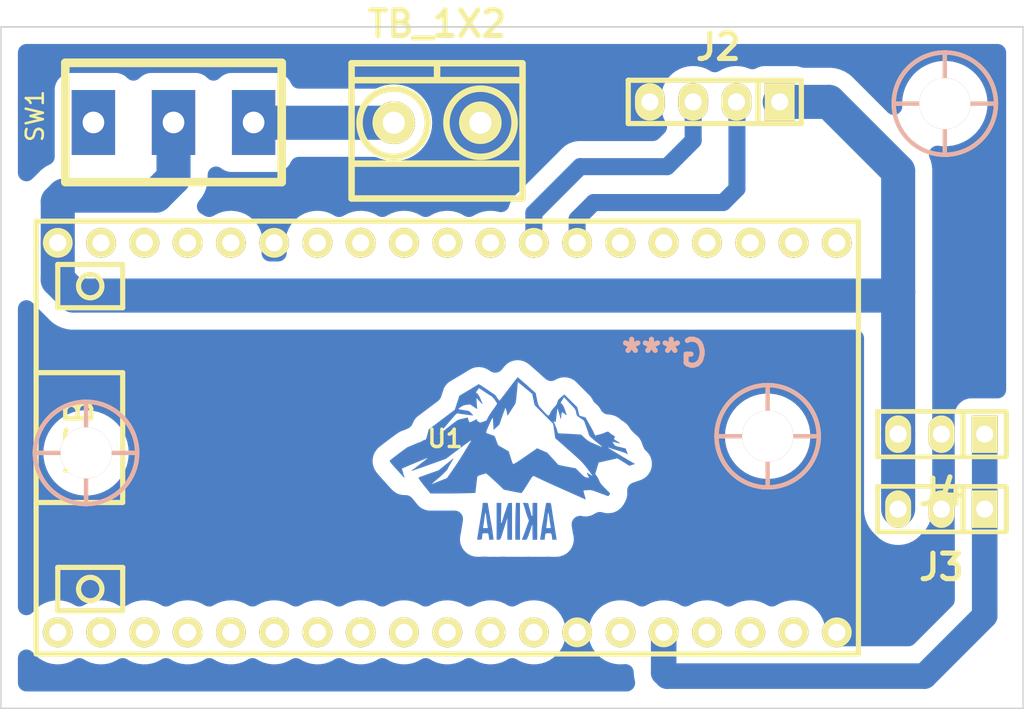
<source format=kicad_pcb>
(kicad_pcb (version 20211014) (generator pcbnew)
  (layers (0 "F.Cu" signal) (31 "B.Cu" signal) (34 "B.Paste" user) (35 "F.Paste" user) (36 "B.SilkS" user "B.Silkscreen") (37 "F.SilkS" user "F.Silkscreen") (38 "B.Mask" user) (39 "F.Mask" user) (44 "Edge.Cuts" user))
  (net 0 "")
  (net 1 "+BATT")
  (net 2 "GND")
  (net 3 "VCC")
  (net 4 "/TRIGGER")
  (net 5 "/ECHO")
  (net 6 "/pin_IR")
  (net 7 "unconnected-(SW1-Pad1)")
  (footprint "EESTN5:hole_3mm" (layer "F.Cu") (at 170 50)
    (fp_text reference "H2" hide)
    (fp_text value "Mounting_Hole" hide)
    (fp_line (start -3 0) (end 3 0) (layer "B.SilkS") (width 0.254))
    (fp_line (start 0 -3) (end 0 3) (layer "B.SilkS") (width 0.254))
    (fp_circle (center 0 0) (end 3 0) (layer "B.SilkS") (width 0.254) (fill none))
    (fp_line (start -3 0) (end 3 0) (layer "F.SilkS") (width 0.254))
    (fp_line (start 0 -3) (end 0 3) (layer "F.SilkS") (width 0.254))
    (fp_circle (center 0 0) (end 3 0) (layer "F.SilkS") (width 0.254) (fill none))
    (pad "1" thru_hole circle locked (at 0 0) (size 3 3) (drill 3) (layers *.Cu "F.SilkS"))
  )
  (footprint "EESTN5:SW_SPDT_TH_Vertical" (layer "F.Cu") (at 175.133 30.607 90)
    (fp_text reference "SW1" (at 0.381 -8.128 90) (layer "F.SilkS"))
    (fp_text value "SW_SPDT" hide)
    (fp_line (start -3.5 6.35) (end 3.5 6.35) (layer "F.SilkS") (width 0.508))
    (fp_line (start 3.5 -6.35) (end -3.5 -6.35) (layer "F.SilkS") (width 0.5))
    (fp_line (start 3.5 -6.35) (end 3.5 6.35) (layer "F.SilkS") (width 0.508))
    (fp_line (start -3.5 -6.35) (end -3.5 6.35) (layer "F.SilkS") (width 0.5))
    (pad "1" thru_hole rect locked (at 0 -4.7 90) (size 3.81 2.54) (drill 1.27) (layers *.Cu *.Mask) (net 7 "unconnected-(SW1-Pad1)"))
    (pad "2" thru_hole rect locked (at 0 0 90) (size 3.81 2.54) (drill 1.27) (layers *.Cu *.Mask) (net 3 "VCC"))
    (pad "3" thru_hole rect locked (at 0 4.7 90) (size 3.81 2.54) (drill 1.27) (layers *.Cu *.Mask) (net 1 "+BATT"))
  )
  (footprint "EESTN5:BORNERA2_AZUL" (layer "F.Cu") (at 190.6 30.62375 180)
    (fp_text reference "J1" hide)
    (fp_text value "TB_1X2" (at 0 5.8) (layer "F.SilkS") (effects (font (size 1.5 1.5) (thickness 0.3))))
    (fp_line (start 0 2.54) (end 0 3.4845) (layer "F.SilkS") (width 0.381))
    (fp_line (start -5 -2.4) (end 5 -2.4) (layer "F.SilkS") (width 0.381))
    (fp_line (start -4.9835 3.4925) (end 5.0165 3.4925) (layer "F.SilkS") (width 0.381))
    (fp_line (start 5.0165 3.4925) (end 5.0165 -4.445) (layer "F.SilkS") (width 0.381))
    (fp_line (start -5.0165 -4.445) (end -5.0165 3.4925) (layer "F.SilkS") (width 0.381))
    (fp_line (start 5.0165 -4.445) (end -4.9835 -4.445) (layer "F.SilkS") (width 0.381))
    (fp_line (start -5 2.5) (end 5 2.5) (layer "F.SilkS") (width 0.381))
    (fp_circle (center 2.55 0) (end 0.55 0) (layer "F.SilkS") (width 0.381) (fill none))
    (fp_circle (center -2.55 0) (end -0.55 0) (layer "F.SilkS") (width 0.381) (fill none))
    (pad "1" thru_hole circle locked (at -2.54 0 180) (size 2.5 2.5) (drill 1.3) (layers *.Cu *.Mask "F.SilkS") (net 2 "GND"))
    (pad "2" thru_hole circle locked (at 2.54 0 180) (size 2.5 2.5) (drill 1.3) (layers *.Cu *.Mask "F.SilkS") (net 1 "+BATT"))
  )
  (footprint "EESTN5:hole_3mm" (layer "F.Cu") (at 210 49.022)
    (fp_text reference "H2" hide)
    (fp_text value "Mounting_Hole" hide)
    (fp_line (start -3 0) (end 3 0) (layer "B.SilkS") (width 0.254))
    (fp_line (start 0 -3) (end 0 3) (layer "B.SilkS") (width 0.254))
    (fp_circle (center 0 0) (end 3 0) (layer "B.SilkS") (width 0.254) (fill none))
    (fp_line (start -3 0) (end 3 0) (layer "F.SilkS") (width 0.254))
    (fp_line (start 0 -3) (end 0 3) (layer "F.SilkS") (width 0.254))
    (fp_circle (center 0 0) (end 3 0) (layer "F.SilkS") (width 0.254) (fill none))
    (pad "1" thru_hole circle locked (at 0 0) (size 3 3) (drill 3) (layers *.Cu "F.SilkS"))
  )
  (footprint "EESTN5:pin_strip_4" (layer "F.Cu") (at 206.9 29.4 180)
    (fp_text reference "J2" (at -0.2032 3.2258) (layer "F.SilkS") (effects (font (size 1.5 1.5) (thickness 0.3))))
    (fp_text value "Conn_01x04" hide)
    (fp_line (start -5.08 -1.27) (end 5.08 -1.27) (layer "F.SilkS") (width 0.3048))
    (fp_line (start 5.08 1.27) (end -5.08 1.27) (layer "F.SilkS") (width 0.3048))
    (fp_line (start -2.54 -1.27) (end -2.54 1.27) (layer "F.SilkS") (width 0.3048))
    (fp_line (start 5.08 -1.27) (end 5.08 1.27) (layer "F.SilkS") (width 0.3048))
    (fp_line (start -5.08 1.27) (end -5.08 -1.27) (layer "F.SilkS") (width 0.3048))
    (pad "1" thru_hole rect locked (at -3.81 0 180) (size 1.75 2.2) (drill 1.00076) (layers *.Cu *.Mask "F.SilkS") (net 3 "VCC"))
    (pad "2" thru_hole oval locked (at -1.27 0 180) (size 1.75 2.2) (drill 1.00076) (layers *.Cu *.Mask "F.SilkS") (net 4 "/TRIGGER"))
    (pad "3" thru_hole oval locked (at 1.27 0 180) (size 1.75 2.2) (drill 1.00076) (layers *.Cu *.Mask "F.SilkS") (net 5 "/ECHO"))
    (pad "4" thru_hole oval locked (at 3.81 0 180) (size 1.75 2.2) (drill 1.00076) (layers *.Cu *.Mask "F.SilkS") (net 2 "GND"))
  )
  (footprint "EESTN5:Pin_Header_3" (layer "F.Cu") (at 220.2 48.9 180)
    (fp_text reference "J4" (at 0 -3.4) (layer "F.SilkS") (effects (font (size 1.5 1.5) (thickness 0.3))))
    (fp_text value "Conn_01x03" hide)
    (fp_line (start 3.81 -1.27) (end 3.81 1.27) (layer "F.SilkS") (width 0.15))
    (fp_line (start 3.81 -1.27) (end -3.81 -1.27) (layer "F.SilkS") (width 0.15))
    (fp_line (start -1.27 -1.27) (end -1.27 1.27) (layer "F.SilkS") (width 0.3048))
    (fp_line (start 3.81 1.27) (end -3.81 1.27) (layer "F.SilkS") (width 0.15))
    (fp_line (start -3.81 -1.397) (end 3.81 -1.397) (layer "F.SilkS") (width 0.15))
    (fp_line (start 3.81 1.016) (end 3.81 1.397) (layer "F.SilkS") (width 0.15))
    (fp_line (start 3.81 1.397) (end -3.81 1.397) (layer "F.SilkS") (width 0.15))
    (fp_line (start 3.683 1.27) (end 3.683 -1.27) (layer "F.SilkS") (width 0.15))
    (fp_line (start -3.81 1.27) (end -3.81 -1.27) (layer "F.SilkS") (width 0.3048))
    (fp_line (start 3.81 -1.397) (end 3.81 -1.143) (layer "F.SilkS") (width 0.15))
    (pad "1" thru_hole rect locked (at -2.54 0 180) (size 1.524 2.19964) (drill 1.00076) (layers *.Cu *.Mask "F.SilkS") (net 6 "/pin_IR"))
    (pad "2" thru_hole oval locked (at 0 0 180) (size 1.524 2.19964) (drill 1.00076) (layers *.Cu *.Mask "F.SilkS") (net 2 "GND"))
    (pad "3" thru_hole oval locked (at 2.54 0 180) (size 1.524 2.19964) (drill 1.00076) (layers *.Cu *.Mask "F.SilkS") (net 3 "VCC"))
  )
  (footprint "EESTN5:hole_3mm" (layer "F.Cu") (at 220.4 29.5)
    (fp_text reference "H1" hide)
    (fp_text value "Mounting_Hole" hide)
    (fp_line (start 0 -3) (end 0 3) (layer "B.SilkS") (width 0.254))
    (fp_line (start -3 0) (end 3 0) (layer "B.SilkS") (width 0.254))
    (fp_circle (center 0 0) (end 3 0) (layer "B.SilkS") (width 0.254) (fill none))
    (fp_line (start 0 -3) (end 0 3) (layer "F.SilkS") (width 0.254))
    (fp_line (start -3 0) (end 3 0) (layer "F.SilkS") (width 0.254))
    (fp_circle (center 0 0) (end 3 0) (layer "F.SilkS") (width 0.254) (fill none))
    (pad "1" thru_hole circle locked (at 0 0) (size 3 3) (drill 3) (layers *.Cu "F.SilkS"))
  )
  (footprint "EESTN5:ESP32S" (layer "F.Cu") (at 191.2 49.1 180)
    (fp_text reference "U1" (at 0.127 -0.0635) (layer "F.SilkS") (effects (font (size 1.016 1.016) (thickness 0.2032))))
    (fp_text value "nodemcu_ESP32-s" hide)
    (fp_text user "USB" (at 21.59 0 90) (layer "F.SilkS") (effects (font (size 1.524 1.524) (thickness 0.254))))
    (fp_line (start 19.05 10.16) (end 19.05 7.62) (layer "F.SilkS") (width 0.3048))
    (fp_line (start 22.86 7.62) (end 22.86 10.16) (layer "F.SilkS") (width 0.3048))
    (fp_line (start 19.05 7.62) (end 22.86 7.62) (layer "F.SilkS") (width 0.3048))
    (fp_line (start 24.13 12.7) (end 24.13 -12.7) (layer "F.SilkS") (width 0.3048))
    (fp_line (start 22.86 -7.62) (end 22.86 -10.16) (layer "F.SilkS") (width 0.3048))
    (fp_line (start 19.05 -3.81) (end 19.05 3.81) (layer "F.SilkS") (width 0.3048))
    (fp_line (start -24.13 -12.7) (end -24.13 12.7) (layer "F.SilkS") (width 0.3048))
    (fp_line (start 19.05 3.81) (end 24.13 3.81) (layer "F.SilkS") (width 0.3048))
    (fp_line (start 22.86 10.16) (end 19.05 10.16) (layer "F.SilkS") (width 0.3048))
    (fp_line (start -24.13 -12.7) (end 24.13 -12.7) (layer "F.SilkS") (width 0.3048))
    (fp_line (start 19.05 -10.16) (end 19.05 -7.62) (layer "F.SilkS") (width 0.3048))
    (fp_line (start 19.05 -7.62) (end 22.86 -7.62) (layer "F.SilkS") (width 0.3048))
    (fp_line (start 22.86 -10.16) (end 19.05 -10.16) (layer "F.SilkS") (width 0.3048))
    (fp_line (start 24.13 -3.81) (end 19.05 -3.81) (layer "F.SilkS") (width 0.3048))
    (fp_line (start 24.13 12.7) (end -24.13 12.7) (layer "F.SilkS") (width 0.3048))
    (fp_circle (center 20.955 8.89) (end 21.5265 9.271) (layer "F.SilkS") (width 0.3048) (fill none))
    (fp_circle (center 20.955 -8.89) (end 21.5265 -8.509) (layer "F.SilkS") (width 0.3048) (fill none))
    (pad "1" thru_hole circle (at -22.86 11.43 180) (size 1.75 1.75) (drill 1) (layers *.Cu *.Mask "F.SilkS"))
    (pad "2" thru_hole circle (at -20.32 11.43 180) (size 1.75 1.75) (drill 1) (layers *.Cu *.Mask "F.SilkS"))
    (pad "3" thru_hole circle (at -17.78 11.43 180) (size 1.75 1.75) (drill 1) (layers *.Cu *.Mask "F.SilkS"))
    (pad "4" thru_hole circle (at -15.24 11.43 180) (size 1.75 1.75) (drill 1) (layers *.Cu *.Mask "F.SilkS"))
    (pad "5" thru_hole circle (at -12.7 11.43 180) (size 1.75 1.75) (drill 1) (layers *.Cu *.Mask "F.SilkS"))
    (pad "6" thru_hole circle (at -10.16 11.43 180) (size 1.75 1.75) (drill 1) (layers *.Cu *.Mask "F.SilkS"))
    (pad "7" thru_hole circle (at -7.62 11.43 180) (size 1.75 1.75) (drill 1) (layers *.Cu *.Mask "F.SilkS") (net 4 "/TRIGGER"))
    (pad "8" thru_hole circle (at -5.08 11.43 180) (size 1.75 1.75) (drill 1) (layers *.Cu *.Mask "F.SilkS") (net 5 "/ECHO"))
    (pad "9" thru_hole circle (at -2.54 11.43 180) (size 1.75 1.75) (drill 1) (layers *.Cu *.Mask "F.SilkS"))
    (pad "10" thru_hole circle (at 0 11.43 180) (size 1.75 1.75) (drill 1) (layers *.Cu *.Mask "F.SilkS"))
    (pad "11" thru_hole circle (at 2.54 11.43 180) (size 1.75 1.75) (drill 1) (layers *.Cu *.Mask "F.SilkS"))
    (pad "12" thru_hole circle (at 5.08 11.43 180) (size 1.75 1.75) (drill 1) (layers *.Cu *.Mask "F.SilkS"))
    (pad "13" thru_hole circle (at 7.62 11.43 180) (size 1.75 1.75) (drill 1) (layers *.Cu *.Mask "F.SilkS"))
    (pad "14" thru_hole circle (at 10.16 11.43 180) (size 1.75 1.75) (drill 1) (layers *.Cu *.Mask "F.SilkS") (net 2 "GND"))
    (pad "15" thru_hole circle (at 12.7 11.43 180) (size 1.75 1.75) (drill 1) (layers *.Cu *.Mask "F.SilkS"))
    (pad "16" thru_hole circle (at 15.24 11.43 180) (size 1.75 1.75) (drill 1) (layers *.Cu *.Mask "F.SilkS"))
    (pad "17" thru_hole circle (at 17.78 11.43 180) (size 1.75 1.75) (drill 1) (layers *.Cu *.Mask "F.SilkS"))
    (pad "18" thru_hole circle (at 20.32 11.43 180) (size 1.75 1.75) (drill 1) (layers *.Cu *.Mask "F.SilkS"))
    (pad "19" thru_hole circle (at 22.86 11.43 180) (size 1.75 1.75) (drill 1) (layers *.Cu *.Mask "F.SilkS") (net 3 "VCC"))
    (pad "20" thru_hole circle (at 22.86 -11.43) (size 1.75 1.75) (drill 1) (layers *.Cu *.Mask "F.SilkS"))
    (pad "21" thru_hole circle (at 20.32 -11.43) (size 1.75 1.75) (drill 1) (layers *.Cu *.Mask "F.SilkS"))
    (pad "22" thru_hole circle (at 17.78 -11.43) (size 1.75 1.75) (drill 1) (layers *.Cu *.Mask "F.SilkS"))
    (pad "23" thru_hole circle (at 15.24 -11.43) (size 1.75 1.75) (drill 1) (layers *.Cu *.Mask "F.SilkS"))
    (pad "24" thru_hole circle (at 12.7 -11.43) (size 1.75 1.75) (drill 1) (layers *.Cu *.Mask "F.SilkS"))
    (pad "25" thru_hole circle (at 10.16 -11.43) (size 1.75 1.75) (drill 1) (layers *.Cu *.Mask "F.SilkS"))
    (pad "26" thru_hole circle (at 7.62 -11.43) (size 1.75 1.75) (drill 1) (layers *.Cu *.Mask "F.SilkS"))
    (pad "27" thru_hole circle (at 5.08 -11.43) (size 1.75 1.75) (drill 1) (layers *.Cu *.Mask "F.SilkS"))
    (pad "28" thru_hole circle (at 2.54 -11.43) (size 1.75 1.75) (drill 1) (layers *.Cu *.Mask "F.SilkS"))
    (pad "29" thru_hole circle (at 0 -11.43) (size 1.75 1.75) (drill 1) (layers *.Cu *.Mask "F.SilkS"))
    (pad "30" thru_hole circle (at -2.54 -11.43) (size 1.75 1.75) (drill 1) (layers *.Cu *.Mask "F.SilkS"))
    (pad "31" thru_hole circle (at -5.08 -11.43) (size 1.75 1.75) (drill 1) (layers *.Cu *.Mask "F.SilkS"))
    (pad "32" thru_hole circle (at -7.62 -11.43) (size 1.75 1.75) (drill 1) (layers *.Cu *.Mask "F.SilkS") (net 2 "GND"))
    (pad "33" thru_hole circle (at -10.16 -11.43) (size 1.75 1.75) (drill 1) (layers *.Cu *.Mask "F.SilkS"))
    (pad "34" thru_hole circle (at -12.7 -11.43) (size 1.75 1.75) (drill 1) (layers *.Cu *.Mask "F.SilkS") (net 6 "/pin_IR"))
    (pad "35" thru_hole circle (at -15.24 -11.43) (size 1.75 1.75) (drill 1) (layers *.Cu *.Mask "F.SilkS"))
    (pad "36" thru_hole circle (at -17.78 -11.43) (size 1.75 1.75) (drill 1) (layers *.Cu *.Mask "F.SilkS"))
    (pad "37" thru_hole circle (at -20.32 -11.43) (size 1.75 1.75) (drill 1) (layers *.Cu *.Mask "F.SilkS"))
    (pad "38" thru_hole circle (at -22.86 -11.43) (size 1.75 1.75) (drill 1) (layers *.Cu *.Mask "F.SilkS") (net 2 "GND"))
  )
  (footprint "EESTN5:Pin_Header_3" (layer "F.Cu") (at 220.2 53.3 180)
    (fp_text reference "J3" (at 0 -3.4) (layer "F.SilkS") (effects (font (size 1.5 1.5) (thickness 0.3))))
    (fp_text value "Conn_01x03" hide)
    (fp_line (start -3.81 -1.397) (end 3.81 -1.397) (layer "F.SilkS") (width 0.15))
    (fp_line (start 3.81 1.016) (end 3.81 1.397) (layer "F.SilkS") (width 0.15))
    (fp_line (start 3.81 -1.27) (end -3.81 -1.27) (layer "F.SilkS") (width 0.15))
    (fp_line (start 3.81 -1.27) (end 3.81 1.27) (layer "F.SilkS") (width 0.15))
    (fp_line (start 3.81 1.397) (end -3.81 1.397) (layer "F.SilkS") (width 0.15))
    (fp_line (start 3.81 1.27) (end -3.81 1.27) (layer "F.SilkS") (width 0.15))
    (fp_line (start -3.81 1.27) (end -3.81 -1.27) (layer "F.SilkS") (width 0.3048))
    (fp_line (start -1.27 -1.27) (end -1.27 1.27) (layer "F.SilkS") (width 0.3048))
    (fp_line (start 3.81 -1.397) (end 3.81 -1.143) (layer "F.SilkS") (width 0.15))
    (fp_line (start 3.683 1.27) (end 3.683 -1.27) (layer "F.SilkS") (width 0.15))
    (pad "1" thru_hole rect locked (at -2.54 0 180) (size 1.524 2.19964) (drill 1.00076) (layers *.Cu *.Mask "F.SilkS") (net 6 "/pin_IR"))
    (pad "2" thru_hole oval locked (at 0 0 180) (size 1.524 2.19964) (drill 1.00076) (layers *.Cu *.Mask "F.SilkS") (net 2 "GND"))
    (pad "3" thru_hole oval locked (at 2.54 0 180) (size 1.524 2.19964) (drill 1.00076) (layers *.Cu *.Mask "F.SilkS") (net 3 "VCC"))
  )
  (footprint "akina:akina" (layer "B.Cu") (at 194.945 50.165 180)
    (fp_text reference "G***" (at -9 6) (layer "B.SilkS") (effects (font (size 1.524 1.524) (thickness 0.3)) (justify mirror)))
    (fp_text value "LOGO" hide)
    (fp_poly (pts (xy -0.744447 -2.909961) (xy -0.785443 -3.027602) (xy -0.824362 -3.156227) (xy -0.837502 -3.205825) (xy -0.865538 -3.304596) (xy -0.906094 -3.430329) (xy -0.951372 -3.559088) (xy -0.961027 -3.585007) (xy -1.047172 -3.813487) (xy -0.964371 -4.03711) (xy -0.917975 -4.163481) (xy -0.862175 -4.317038) (xy -0.805848 -4.473304) (xy -0.778965 -4.548436) (xy -0.735559 -4.666832) (xy -0.696786 -4.766571) (xy -0.667332 -4.83596) (xy -0.653282 -4.862168) (xy -0.632078 -4.898951) (xy -0.65198 -4.920849) (xy -0.718108 -4.93071) (xy -0.778782 -4.932039) (xy -0.864759 -4.930334) (xy -0.912588 -4.918943) (xy -0.938921 -4.888447) (xy -0.960408 -4.829429) (xy -0.960454 -4.829288) (xy -0.986333 -4.756124) (xy -1.00848 -4.705133) (xy -1.012017 -4.699137) (xy -1.027228 -4.663822) (xy -1.055357 -4.587304) (xy -1.09251 -4.480539) (xy -1.134794 -4.354483) (xy -1.138597 -4.342934) (xy -1.24671 -4.014131) (xy -1.254223 -4.473085) (xy -1.261735 -4.932039) (xy -1.534412 -4.932039) (xy -1.534412 -2.767421) (xy -1.26041 -2.767421) (xy -1.258674 -3.198975) (xy -1.257275 -3.348614) (xy -1.25351 -3.457678) (xy -1.245976 -3.524596) (xy -1.233274 -3.547797) (xy -1.214003 -3.525711) (xy -1.186761 -3.456766) (xy -1.150149 -3.339392) (xy -1.102765 -3.172018) (xy -1.044865 -2.959223) (xy -0.996843 -2.781122) (xy -0.842807 -2.77296) (xy -0.688772 -2.764799)) (layer "B.Cu") (width 0) (fill solid))
    (fp_poly (pts (xy -0.264699 -3.240075) (xy -0.259029 -3.420823) (xy -0.254087 -3.638037) (xy -0.25018 -3.873384) (xy -0.247611 -4.10853) (xy -0.246686 -4.322384) (xy -0.246602 -4.932039) (xy -0.520604 -4.932039) (xy -0.520604 -2.767421) (xy -0.282628 -2.767421)) (layer "B.Cu") (width 0) (fill solid))
    (fp_poly (pts (xy -2.193438 -2.767421) (xy -2.058902 -2.767421) (xy -2.030573 -2.911273) (xy -2.015251 -2.994705) (xy -1.994356 -3.116143) (xy -1.970613 -3.259423) (xy -1.946747 -3.408384) (xy -1.946284 -3.411327) (xy -1.921023 -3.566656) (xy -1.894153 -3.722817) (xy -1.868965 -3.86117) (xy -1.849549 -3.959331) (xy -1.827149 -4.079237) (xy -1.804059 -4.226446) (xy -1.784473 -4.373677) (xy -1.780513 -4.408226) (xy -1.764919 -4.536615) (xy -1.747607 -4.658136) (xy -1.731508 -4.752833) (xy -1.726204 -4.778129) (xy -1.709837 -4.852868) (xy -1.70036 -4.903574) (xy -1.699484 -4.911488) (xy -1.723706 -4.92328) (xy -1.786297 -4.930713) (xy -1.833843 -4.932039) (xy -1.968873 -4.932039) (xy -1.986531 -4.774487) (xy -1.999782 -4.664068) (xy -2.015563 -4.597115) (xy -2.043567 -4.562767) (xy -2.093485 -4.550159) (xy -2.175011 -4.548428) (xy -2.188226 -4.548436) (xy -2.277703 -4.550475) (xy -2.333989 -4.563726) (xy -2.366777 -4.598888) (xy -2.385759 -4.666662) (xy -2.40063 -4.777746) (xy -2.401326 -4.783669) (xy -2.418764 -4.932039) (xy -2.553839 -4.932039) (xy -2.634002 -4.929401) (xy -2.671101 -4.918403) (xy -2.676748 -4.894413) (xy -2.674074 -4.884088) (xy -2.663507 -4.837017) (xy -2.647467 -4.750511) (xy -2.628616 -4.639326) (xy -2.618458 -4.575836) (xy -2.594125 -4.422186) (xy -2.566649 -4.251253) (xy -2.565961 -4.247033) (xy -2.335869 -4.247033) (xy -2.067504 -4.247033) (xy -2.100928 -3.938781) (xy -2.123003 -3.736439) (xy -2.140269 -3.582861) (xy -2.153661 -3.472313) (xy -2.164111 -3.39906) (xy -2.172555 -3.357367) (xy -2.179927 -3.3415) (xy -2.187159 -3.345725) (xy -2.194711 -3.363011) (xy -2.206574 -3.412234) (xy -2.222789 -3.502687) (xy -2.241162 -3.621191) (xy -2.258392 -3.745989) (xy -2.276684 -3.882664) (xy -2.294304 -4.007453) (xy -2.309125 -4.105685) (xy -2.318284 -4.15911) (xy -2.335869 -4.247033) (xy -2.565961 -4.247033) (xy -2.541256 -4.0955) (xy -2.536871 -4.068932) (xy -2.501739 -3.852626) (xy -2.461894 -3.600479) (xy -2.420217 -3.330918) (xy -2.382606 -3.082524) (xy -2.362496 -2.947967) (xy -2.346466 -2.858309) (xy -2.329073 -2.804483) (xy -2.304872 -2.77742) (xy -2.268419 -2.768054) (xy -2.214272 -2.767316)) (layer "B.Cu") (width 0) (fill solid))
    (fp_poly (pts (xy 0.060836 -2.772696) (xy 0.176473 -2.781122) (xy 0.256418 -3.027724) (xy 0.29411 -3.142092) (xy 0.327973 -3.241464) (xy 0.352847 -3.31084) (xy 0.360098 -3.329126) (xy 0.37893 -3.380378) (xy 0.407778 -3.467606) (xy 0.441196 -3.574212) (xy 0.449984 -3.603128) (xy 0.496664 -3.756703) (xy 0.53266 -3.868911) (xy 0.559148 -3.93803) (xy 0.577306 -3.962337) (xy 0.588313 -3.940108) (xy 0.593345 -3.86962) (xy 0.593581 -3.749152) (xy 0.590198 -3.57698) (xy 0.585773 -3.404477) (xy 0.568984 -2.767421) (xy 0.849406 -2.767421) (xy 0.849406 -4.932039) (xy 0.742072 -4.932039) (xy 0.695383 -4.930131) (xy 0.659351 -4.919296) (xy 0.629381 -4.891867) (xy 0.600878 -4.840174) (xy 0.569245 -4.756551) (xy 0.52989 -4.63333) (xy 0.495776 -4.521035) (xy 0.465891 -4.423678) (xy 0.424724 -4.291769) (xy 0.377797 -4.142913) (xy 0.332463 -4.000431) (xy 0.222914 -3.657929) (xy 0.221057 -4.294984) (xy 0.219201 -4.932039) (xy -0.054801 -4.932039) (xy -0.054801 -3.630528) (xy 0.191801 -3.630528) (xy 0.205501 -3.644228) (xy 0.219201 -3.630528) (xy 0.205501 -3.616828) (xy 0.191801 -3.630528) (xy -0.054801 -3.630528) (xy -0.054801 -2.764271)) (layer "B.Cu") (width 0) (fill solid))
    (fp_poly (pts (xy -0.364952 4.582102) (xy -0.31475 4.52222) (xy -0.240204 4.428876) (xy -0.145456 4.307353) (xy -0.034648 4.162935) (xy 0.088081 4.000906) (xy 0.150156 3.918231) (xy 0.277146 3.749611) (xy 0.39421 3.59606) (xy 0.497206 3.462862) (xy 0.581995 3.355301) (xy 0.644433 3.27866) (xy 0.680381 3.238224) (xy 0.687017 3.233226) (xy 0.714593 3.255121) (xy 0.749854 3.308527) (xy 0.753506 3.315426) (xy 0.789477 3.3712) (xy 0.820383 3.397352) (xy 0.82271 3.397627) (xy 0.846089 3.419962) (xy 0.849406 3.440685) (xy 0.867637 3.496683) (xy 0.884379 3.518714) (xy 0.922024 3.549269) (xy 0.994509 3.602226) (xy 1.093841 3.672205) (xy 1.212026 3.753826) (xy 1.34107 3.841711) (xy 1.47298 3.930479) (xy 1.599763 4.01475) (xy 1.713425 4.089146) (xy 1.805973 4.148286) (xy 1.869413 4.186791) (xy 1.895668 4.199313) (xy 1.926575 4.183086) (xy 1.99328 4.144572) (xy 2.084873 4.090149) (xy 2.157078 4.046533) (xy 2.279296 3.972638) (xy 2.428816 3.882831) (xy 2.585738 3.789038) (xy 2.715774 3.711711) (xy 3.034029 3.523048) (xy 3.302321 2.700096) (xy 4.068317 2.121795) (xy 4.834313 1.543495) (xy 4.903726 1.271796) (xy 4.940691 1.131082) (xy 4.969474 1.035307) (xy 4.994138 0.975996) (xy 5.018746 0.944671) (xy 5.047363 0.932859) (xy 5.066833 0.931608) (xy 5.119138 0.916833) (xy 5.191044 0.8798) (xy 5.217134 0.863107) (xy 5.28691 0.821071) (xy 5.342206 0.796898) (xy 5.355055 0.794607) (xy 5.393264 0.784004) (xy 5.470326 0.755106) (xy 5.575198 0.712273) (xy 5.696834 0.659866) (xy 5.701953 0.657605) (xy 5.823599 0.604961) (xy 5.928462 0.561685) (xy 6.00566 0.532126) (xy 6.044311 0.520627) (xy 6.044973 0.520604) (xy 6.073846 0.504764) (xy 6.138584 0.460968) (xy 6.231715 0.394803) (xy 6.345769 0.311854) (xy 6.473273 0.21771) (xy 6.606757 0.117957) (xy 6.73875 0.018181) (xy 6.861781 -0.076031) (xy 6.968378 -0.159093) (xy 7.05107 -0.225417) (xy 7.102387 -0.269418) (xy 7.10572 -0.272582) (xy 7.119936 -0.28928) (xy 7.12481 -0.308803) (xy 7.116547 -0.336375) (xy 7.091348 -0.377219) (xy 7.045417 -0.436558) (xy 6.974957 -0.519616) (xy 6.876171 -0.631615) (xy 6.745262 -0.77778) (xy 6.709802 -0.817234) (xy 6.586057 -0.95428) (xy 6.474909 -1.076234) (xy 6.381407 -1.177648) (xy 6.3106 -1.253078) (xy 6.267538 -1.297075) (xy 6.256514 -1.306208) (xy 6.260883 -1.278711) (xy 6.278371 -1.210142) (xy 6.305965 -1.1118) (xy 6.330503 -1.028562) (xy 6.363521 -0.916177) (xy 6.388684 -0.825856) (xy 6.402977 -0.768718) (xy 6.404824 -0.754353) (xy 6.376436 -0.741883) (xy 6.305738 -0.711706) (xy 6.200965 -0.667292) (xy 6.070353 -0.612109) (xy 5.922136 -0.549626) (xy 5.764549 -0.483312) (xy 5.605827 -0.416635) (xy 5.454205 -0.353064) (xy 5.317917 -0.296069) (xy 5.219741 -0.255159) (xy 5.09649 -0.205294) (xy 4.997456 -0.167891) (xy 4.930273 -0.145614) (xy 4.902578 -0.141126) (xy 4.904638 -0.145261) (xy 4.938046 -0.173062) (xy 5.007674 -0.228722) (xy 5.106369 -0.306602) (xy 5.226978 -0.401064) (xy 5.36235 -0.506471) (xy 5.397842 -0.534013) (xy 5.53425 -0.639904) (xy 5.656308 -0.734873) (xy 5.757243 -0.813631) (xy 5.83028 -0.870891) (xy 5.868646 -0.901364) (xy 5.872242 -0.904367) (xy 5.852329 -0.899797) (xy 5.786153 -0.878473) (xy 5.678999 -0.842226) (xy 5.536158 -0.792887) (xy 5.362916 -0.732289) (xy 5.164561 -0.662263) (xy 4.946382 -0.584641) (xy 4.858434 -0.553197) (xy 3.82233 -0.182254) (xy 3.057371 0.392208) (xy 2.848732 0.548269) (xy 2.680435 0.672654) (xy 2.54957 0.76734) (xy 2.453228 0.834305) (xy 2.388501 0.875526) (xy 2.35248 0.89298) (xy 2.342256 0.888643) (xy 2.348838 0.873788) (xy 2.378718 0.824536) (xy 2.432282 0.736181) (xy 2.504821 0.616491) (xy 2.591628 0.473234) (xy 2.687994 0.31418) (xy 2.753832 0.205502) (xy 2.875954 0.007591) (xy 3.01345 -0.209108) (xy 3.156036 -0.428784) (xy 3.293427 -0.635622) (xy 3.415339 -0.813809) (xy 3.434965 -0.84179) (xy 3.767529 -1.313677) (xy 4.192233 -1.481605) (xy 4.334855 -1.538253) (xy 4.4596 -1.588281) (xy 4.557556 -1.628076) (xy 4.619806 -1.654026) (xy 4.637486 -1.662091) (xy 4.662196 -1.67382) (xy 4.648517 -1.655168) (xy 4.595514 -1.60528) (xy 4.502252 -1.523299) (xy 4.367793 -1.408373) (xy 4.263214 -1.3201) (xy 4.104051 -1.181766) (xy 3.964323 -1.051579) (xy 3.849047 -0.934827) (xy 3.763236 -0.836799) (xy 3.711905 -0.762784) (xy 3.699029 -0.725052) (xy 3.685859 -0.698178) (xy 3.650033 -0.634007) (xy 3.597072 -0.542243) (xy 3.534627 -0.436175) (xy 3.470347 -0.327025) (xy 3.417843 -0.236173) (xy 3.382635 -0.173287) (xy 3.370226 -0.14815) (xy 3.390354 -0.161245) (xy 3.446583 -0.204209) (xy 3.532679 -0.272114) (xy 3.642411 -0.360029) (xy 3.769546 -0.463027) (xy 3.807792 -0.494207) (xy 4.245357 -0.851416) (xy 4.825215 -1.05653) (xy 4.993778 -1.116412) (xy 5.145094 -1.170655) (xy 5.27147 -1.21646) (xy 5.365214 -1.251032) (xy 5.418634 -1.271571) (xy 5.427687 -1.275621) (xy 5.429846 -1.304339) (xy 5.398083 -1.367954) (xy 5.331604 -1.467615) (xy 5.229619 -1.604472) (xy 5.091333 -1.779675) (xy 5.01753 -1.870746) (xy 4.733119 -2.219417) (xy 3.921521 -2.21934) (xy 3.682701 -2.218653) (xy 3.431882 -2.216759) (xy 3.18279 -2.213845) (xy 2.949148 -2.210095) (xy 2.744681 -2.205695) (xy 2.601627 -2.201497) (xy 2.09333 -2.183732) (xy 2.044051 -1.742621) (xy 2.02649 -1.588957) (xy 2.010003 -1.451103) (xy 1.995927 -1.339782) (xy 1.985601 -1.265716) (xy 1.981731 -1.243479) (xy 1.964546 -1.211753) (xy 1.922248 -1.182491) (xy 1.845435 -1.15091) (xy 1.724702 -1.112224) (xy 1.722286 -1.111498) (xy 1.47588 -1.037549) (xy 1.38427 -1.107424) (xy 1.337138 -1.146833) (xy 1.257583 -1.217182) (xy 1.153005 -1.311761) (xy 1.030802 -1.423863) (xy 0.898373 -1.546778) (xy 0.856099 -1.586312) (xy 0.419538 -1.995325) (xy -0.071083 -2.093775) (xy -0.230256 -2.125273) (xy -0.372491 -2.152586) (xy -0.488416 -2.173981) (xy -0.568656 -2.187725) (xy -0.60291 -2.192121) (xy -0.629874 -2.169348) (xy -0.680531 -2.104842) (xy -0.750979 -2.004215) (xy -0.837316 -1.87308) (xy -0.935643 -1.717051) (xy -0.955772 -1.684381) (xy -1.059449 -1.516492) (xy -1.139255 -1.390282) (xy -1.199296 -1.300311) (xy -1.24368 -1.241137) (xy -1.276514 -1.207319) (xy -1.301905 -1.193416) (xy -1.323959 -1.193988) (xy -1.325571 -1.194455) (xy -1.3705 -1.212441) (xy -1.453989 -1.249677) (xy -1.565396 -1.301284) (xy -1.694078 -1.362382) (xy -1.739914 -1.384469) (xy -1.847073 -1.435285) (xy -1.996209 -1.504526) (xy -2.17917 -1.58848) (xy -2.387802 -1.683437) (xy -2.613951 -1.785687) (xy -2.849464 -1.89152) (xy -3.086188 -1.997225) (xy -3.096225 -2.00169) (xy -3.321623 -2.101967) (xy -3.536686 -2.197654) (xy -3.735028 -2.285908) (xy -3.910266 -2.36389) (xy -4.056014 -2.428757) (xy -4.16589 -2.477669) (xy -4.233508 -2.507786) (xy -4.242204 -2.511662) (xy -4.323147 -2.546666) (xy -4.364711 -2.559508) (xy -4.377196 -2.551163) (xy -4.371303 -2.523871) (xy -4.348223 -2.447076) (xy -4.320724 -2.349801) (xy -4.29284 -2.247137) (xy -4.268605 -2.154178) (xy -4.252051 -2.086016) (xy -4.247034 -2.058883) (xy -4.272288 -2.046224) (xy -4.339545 -2.033633) (xy -4.436047 -2.023267) (xy -4.473086 -2.020644) (xy -4.554642 -2.016184) (xy -4.621998 -2.015814) (xy -4.68556 -2.021914) (xy -4.75573 -2.036866) (xy -4.842914 -2.06305) (xy -4.957515 -2.102849) (xy -5.109937 -2.158642) (xy -5.164941 -2.178984) (xy -5.317294 -2.235431) (xy -5.453984 -2.286216) (xy -5.565826 -2.327916) (xy -5.643635 -2.357105) (xy -5.676843 -2.369798) (xy -5.717758 -2.367688) (xy -5.757226 -2.320761) (xy -5.768537 -2.300088) (xy -5.814133 -2.211915) (xy -5.525335 -1.921114) (xy -5.403165 -1.79552) (xy -5.314615 -1.69732) (xy -5.25251 -1.617323) (xy -5.209672 -1.546338) (xy -5.180554 -1.479611) (xy -5.129588 -1.36558) (xy -5.06392 -1.247578) (xy -5.031828 -1.198891) (xy -5.01188 -1.170926) (xy -4.776097 -1.170926) (xy -4.766241 -1.174584) (xy -4.720189 -1.152297) (xy -4.647205 -1.108725) (xy -4.627804 -1.096326) (xy -4.544358 -1.044664) (xy -4.480287 -1.009257) (xy -4.447712 -0.996719) (xy -4.446252 -0.997258) (xy -4.451645 -1.025512) (xy -4.476963 -1.08745) (xy -4.508018 -1.152155) (xy -4.580885 -1.29595) (xy -4.448295 -1.277777) (xy -4.391353 -1.267466) (xy -4.341399 -1.249506) (xy -4.288985 -1.217211) (xy -4.224662 -1.163894) (xy -4.138981 -1.08287) (xy -4.053591 -0.998472) (xy -3.791476 -0.737341) (xy -3.288193 -0.643197) (xy -3.128566 -0.612435) (xy -2.987796 -0.583594) (xy -2.874658 -0.558611) (xy -2.797925 -0.539423) (xy -2.766381 -0.527978) (xy -2.74259 -0.501558) (xy -2.688442 -0.441735) (xy -2.610424 -0.35567) (xy -2.515029 -0.250524) (xy -2.436845 -0.164401) (xy -2.12584 0.178102) (xy -1.828404 0.308561) (xy -1.530968 0.439021) (xy -0.920195 0.016786) (xy -0.710661 -0.127622) (xy -0.541328 -0.243074) (xy -0.407677 -0.332286) (xy -0.305187 -0.397973) (xy -0.229339 -0.442852) (xy -0.175613 -0.469639) (xy -0.139488 -0.481048) (xy -0.116446 -0.479796) (xy -0.105534 -0.472696) (xy -0.088529 -0.438311) (xy -0.059742 -0.361949) (xy -0.02291 -0.254191) (xy 0.018235 -0.125619) (xy 0.026996 -0.097217) (xy 0.067085 0.032155) (xy 0.101629 0.140932) (xy 0.12744 0.219275) (xy 0.141329 0.257344) (xy 0.142528 0.25939) (xy 0.168206 0.274549) (xy 0.231822 0.310994) (xy 0.32356 0.363128) (xy 0.424703 0.420327) (xy 0.538317 0.485284) (xy 0.637193 0.543356) (xy 0.70974 0.587639) (xy 0.742236 0.609435) (xy 0.77008 0.650041) (xy 0.807125 0.728925) (xy 0.846967 0.831832) (xy 0.862345 0.876807) (xy 0.899444 0.98479) (xy 0.933132 1.074287) (xy 0.958017 1.131299) (xy 0.964476 1.142098) (xy 1.000861 1.164591) (xy 1.07615 1.196928) (xy 1.176679 1.23347) (xy 1.221586 1.248221) (xy 1.32702 1.284075) (xy 1.411403 1.317042) (xy 1.461743 1.341864) (xy 1.469631 1.348629) (xy 1.464264 1.381059) (xy 1.439293 1.45486) (xy 1.397971 1.561598) (xy 1.343553 1.69284) (xy 1.284213 1.829114) (xy 1.220142 1.969571) (xy 1.163634 2.086704) (xy 1.118217 2.173753) (xy 1.087415 2.223957) (xy 1.074765 2.23062) (xy 1.07024 2.183719) (xy 1.06353 2.094925) (xy 1.055547 1.977058) (xy 1.047364 1.845655) (xy 1.027508 1.512993) (xy 0.85899 1.667554) (xy 0.690473 1.822115) (xy 0.523021 2.297897) (xy 0.468694 2.451031) (xy 0.419601 2.587119) (xy 0.378979 2.697364) (xy 0.350067 2.772969) (xy 0.336425 2.804656) (xy 0.322629 2.793826) (xy 0.301308 2.739277) (xy 0.275956 2.650973) (xy 0.261255 2.590292) (xy 0.20523 2.344952) (xy 0.002933 2.658938) (xy -0.075445 2.780778) (xy -0.146422 2.891462) (xy -0.202993 2.980041) (xy -0.238151 3.035564) (xy -0.241763 3.041362) (xy -0.246453 3.054408) (xy 0.823119 3.054408) (xy 0.838208 3.023685) (xy 0.880572 2.957318) (xy 0.944648 2.863535) (xy 1.024876 2.750564) (xy 1.075458 2.68107) (xy 1.168663 2.549793) (xy 1.254021 2.421634) (xy 1.324059 2.308388) (xy 1.371304 2.221852) (xy 1.382531 2.196364) (xy 1.420484 2.110863) (xy 1.458442 2.064098) (xy 1.509102 2.041496) (xy 1.519532 2.039084) (xy 1.587537 2.019733) (xy 1.630312 1.999504) (xy 1.674068 1.980167) (xy 1.745165 1.961475) (xy 1.755781 1.959397) (xy 1.83036 1.953862) (xy 1.891238 1.976793) (xy 1.940806 2.014243) (xy 1.991309 2.064916) (xy 2.013502 2.104084) (xy 2.012372 2.112314) (xy 2.015947 2.133024) (xy 2.048791 2.135335) (xy 2.088584 2.119328) (xy 2.097486 2.112009) (xy 2.135064 2.08824) (xy 2.206475 2.051889) (xy 2.280941 2.017672) (xy 2.367028 1.980772) (xy 2.41674 1.965018) (xy 2.443831 1.969417) (xy 2.462056 1.992981) (xy 2.468142 2.004183) (xy 2.496857 2.076331) (xy 2.510799 2.13085) (xy 2.530698 2.207454) (xy 2.558359 2.238203) (xy 2.598942 2.233054) (xy 2.645269 2.219816) (xy 2.730034 2.199542) (xy 2.837913 2.175827) (xy 2.882725 2.166467) (xy 2.952084 2.152072) (xy 3.011031 2.137907) (xy 3.065287 2.120305) (xy 3.120574 2.095596) (xy 3.182612 2.060113) (xy 3.257123 2.010188) (xy 3.349826 1.942152) (xy 3.466444 1.852339) (xy 3.612697 1.737079) (xy 3.794306 1.592705) (xy 3.86343 1.537682) (xy 3.979862 1.445262) (xy 4.080362 1.365961) (xy 4.157532 1.305579) (xy 4.203976 1.269915) (xy 4.214144 1.262744) (xy 4.209949 1.27929) (xy 4.200444 1.296169) (xy 4.177599 1.325819) (xy 4.124124 1.391547) (xy 4.044793 1.487601) (xy 3.944379 1.60823) (xy 3.827654 1.747681) (xy 3.699391 1.900203) (xy 3.687845 1.913899) (xy 3.542 2.086333) (xy 3.426689 2.220955) (xy 3.33753 2.322195) (xy 3.270146 2.394482) (xy 3.220155 2.442243) (xy 3.183179 2.469908) (xy 3.154836 2.481905) (xy 3.130749 2.482663) (xy 3.126141 2.481873) (xy 3.050624 2.468636) (xy 2.943739 2.452045) (xy 2.816366 2.433547) (xy 2.679387 2.414587) (xy 2.543681 2.39661) (xy 2.42013 2.381063) (xy 2.319615 2.369392) (xy 2.253017 2.363041) (xy 2.231149 2.362954) (xy 2.242641 2.386744) (xy 2.282802 2.43862) (xy 2.336586 2.500257) (xy 2.389491 2.556766) (xy 2.434149 2.595097) (xy 2.484023 2.620981) (xy 2.552577 2.640146) (xy 2.653275 2.658324) (xy 2.740021 2.671965) (xy 2.896144 2.696264) (xy 3.002706 2.715052) (xy 3.064142 2.732178) (xy 3.084885 2.751491) (xy 3.06937 2.776841) (xy 3.022031 2.812076) (xy 2.953306 2.857107) (xy 2.847094 2.921371) (xy 2.756869 2.959481) (xy 2.65685 2.980758) (xy 2.589823 2.988518) (xy 2.398524 3.007128) (xy 2.200607 2.873575) (xy 2.110898 2.813699) (xy 2.040134 2.767709) (xy 1.999205 2.74263) (xy 1.993542 2.740022) (xy 1.991619 2.765006) (xy 1.994983 2.830959) (xy 2.002901 2.92438) (xy 2.004311 2.938673) (xy 2.014658 3.059169) (xy 2.022 3.177514) (xy 2.024619 3.260626) (xy 2.02501 3.383927) (xy 1.848211 3.193395) (xy 1.772552 3.113499) (xy 1.713063 3.0538) (xy 1.677716 3.022127) (xy 1.671413 3.019813) (xy 1.681169 3.050757) (xy 1.707505 3.120854) (xy 1.746019 3.218631) (xy 1.778249 3.298333) (xy 1.847928 3.449854) (xy 1.91948 3.571252) (xy 1.987948 3.655551) (xy 2.048372 3.695775) (xy 2.062397 3.698164) (xy 2.058607 3.718298) (xy 2.027882 3.769969) (xy 1.982279 3.834583) (xy 1.881078 3.970137) (xy 1.545662 3.741138) (xy 1.423603 3.6594) (xy 1.314345 3.589195) (xy 1.227288 3.536342) (xy 1.171829 3.506661) (xy 1.160295 3.502519) (xy 1.126324 3.477537) (xy 1.072076 3.418834) (xy 1.006876 3.338807) (xy 0.940053 3.249851) (xy 0.880933 3.164362) (xy 0.838843 3.094736) (xy 0.823119 3.054408) (xy -0.246453 3.054408) (xy -0.260477 3.093422) (xy -0.28003 3.191701) (xy -0.300755 3.338479) (xy -0.322986 3.536038) (xy -0.340732 3.717651) (xy -0.397304 4.325503) (xy -0.822007 3.974116) (xy -1.24671 3.622728) (xy -1.278197 3.462227) (xy -1.302781 3.338237) (xy -1.330175 3.201974) (xy -1.343324 3.137325) (xy -1.376963 2.972924) (xy -1.92057 2.424919) (xy -2.464177 1.876915) (xy -2.505321 1.616613) (xy -2.526524 1.479333) (xy -2.547179 1.34031) (xy -2.563768 1.223373) (xy -2.567892 1.192616) (xy -2.589321 1.02892) (xy -3.383927 0.32745) (xy -3.589272 0.145841) (xy -3.758708 -0.005155) (xy -3.897636 -0.130939) (xy -4.011454 -0.236907) (xy -4.105562 -0.328459) (xy -4.18536 -0.410993) (xy -4.256247 -0.489908) (xy -4.323622 -0.570603) (xy -4.392886 -0.658475) (xy -4.466236 -0.754689) (xy -4.56168 -0.881321) (xy -4.646353 -0.994314) (xy -4.714374 -1.08577) (xy -4.759866 -1.147792) (xy -4.776097 -1.170926) (xy -5.01188 -1.170926) (xy -4.939085 -1.068872) (xy -5.039994 -0.734514) (xy -5.140904 -0.400156) (xy -5.691863 -0.277957) (xy -6.242821 -0.155759) (xy -6.594388 -0.375025) (xy -6.945955 -0.594292) (xy -7.103506 -0.541232) (xy -7.186354 -0.511958) (xy -7.243422 -0.489169) (xy -7.261058 -0.479047) (xy -7.23876 -0.462721) (xy -7.178434 -0.425654) (xy -7.089929 -0.373763) (xy -7.007606 -0.326768) (xy -6.911325 -0.271483) (xy -6.787964 -0.199287) (xy -6.644957 -0.114666) (xy -6.489741 -0.02211) (xy -6.329752 0.073893) (xy -6.172426 0.168855) (xy -6.025199 0.258288) (xy -5.895508 0.337704) (xy -5.790789 0.402613) (xy -5.718477 0.448529) (xy -5.686171 0.470817) (xy -5.68929 0.479628) (xy -5.73205 0.469906) (xy -5.740971 0.466965) (xy -5.794121 0.449764) (xy -5.88895 0.419925) (xy -6.014718 0.380793) (xy -6.160686 0.335715) (xy -6.266738 0.303147) (xy -6.41941 0.254966) (xy -6.558064 0.208597) (xy -6.672256 0.167733) (xy -6.751543 0.136068) (xy -6.780492 0.121478) (xy -6.828859 0.092897) (xy -6.850017 0.086556) (xy -6.850054 0.086893) (xy -6.840935 0.11616) (xy -6.817133 0.181713) (xy -6.786896 0.261296) (xy -6.723738 0.424704) (xy -6.410027 0.501105) (xy -6.355607 0.514599) (xy -5.356743 0.514599) (xy -5.3447 0.51466) (xy -5.29127 0.533047) (xy -5.205296 0.566168) (xy -5.095619 0.610434) (xy -4.971079 0.662254) (xy -4.840519 0.718038) (xy -4.712779 0.774195) (xy -4.669384 0.793722) (xy -4.53507 0.870513) (xy -4.38714 0.98256) (xy -4.303567 1.057077) (xy -4.104505 1.244862) (xy -3.511314 1.278409) (xy -3.330588 1.288464) (xy -3.163119 1.297469) (xy -3.018515 1.304933) (xy -2.90638 1.310364) (xy -2.836323 1.31327) (xy -2.824506 1.313584) (xy -2.766736 1.318511) (xy -2.745142 1.328545) (xy -2.746388 1.33071) (xy -2.742742 1.359968) (xy -2.722979 1.427829) (xy -2.691527 1.522093) (xy -2.652817 1.630563) (xy -2.61128 1.741037) (xy -2.571343 1.841318) (xy -2.537439 1.919205) (xy -2.52082 1.951894) (xy -2.496095 2.004175) (xy -2.507748 2.017237) (xy -2.550567 1.99896) (xy -2.59759 1.978698) (xy -2.615903 1.977446) (xy -2.621722 2.006429) (xy -2.632201 2.080024) (xy -2.646048 2.188367) (xy -2.66197 2.321596) (xy -2.668907 2.382086) (xy -2.685215 2.522539) (xy -2.699837 2.641997) (xy -2.711516 2.730671) (xy -2.718994 2.778768) (xy -2.720579 2.784513) (xy -2.730145 2.762455) (xy -2.751379 2.697266) (xy -2.781278 2.598611) (xy -2.816839 2.47616) (xy -2.822162 2.457443) (xy -2.91689 2.123517) (xy -2.939548 2.287918) (xy -2.957594 2.419714) (xy -2.972247 2.503303) (xy -2.989538 2.544463) (xy -3.015496 2.54897) (xy -3.056151 2.522602) (xy -3.117533 2.471137) (xy -3.124586 2.465215) (xy -3.193429 2.410765) (xy -3.242357 2.378152) (xy -3.260626 2.37435) (xy -3.252542 2.408713) (xy -3.23077 2.482718) (xy -3.199025 2.584042) (xy -3.175121 2.657753) (xy -3.115892 2.818932) (xy -3.057628 2.935468) (xy -2.998508 3.014024) (xy -2.9074 3.109925) (xy -3.005848 3.270473) (xy -3.104297 3.431021) (xy -3.440995 3.078671) (xy -3.562836 2.950336) (xy -3.652093 2.853203) (xy -3.714554 2.77935) (xy -3.756009 2.720859) (xy -3.782248 2.66981) (xy -3.79906 2.618283) (xy -3.808748 2.575621) (xy -3.828336 2.483483) (xy -3.845279 2.408746) (xy -3.852618 2.379636) (xy -3.880292 2.345006) (xy -3.943233 2.291281) (xy -4.029929 2.227918) (xy -4.069385 2.201534) (xy -4.273339 2.068717) (xy -4.403752 1.712514) (xy -4.451168 1.582409) (xy -4.491153 1.471565) (xy -4.520227 1.389712) (xy -4.534913 1.346578) (xy -4.535998 1.342611) (xy -4.547427 1.278472) (xy -4.56692 1.222424) (xy -4.600622 1.167175) (xy -4.654674 1.105434) (xy -4.73522 1.029909) (xy -4.848404 0.933308) (xy -4.954566 0.845782) (xy -5.077772 0.744802) (xy -5.187118 0.654988) (xy -5.275171 0.582459) (xy -5.334501 0.533334) (xy -5.356743 0.514599) (xy -6.355607 0.514599) (xy -6.276143 0.534303) (xy -6.184426 0.560264) (xy -6.123744 0.584481) (xy -6.082963 0.612442) (xy -6.05095 0.649639) (xy -6.022613 0.692155) (xy -5.981781 0.759214) (xy -5.958657 0.804237) (xy -5.956549 0.814442) (xy -5.984681 0.811693) (xy -6.052722 0.797643) (xy -6.147618 0.775067) (xy -6.178749 0.767206) (xy -6.279524 0.742987) (xy -6.357814 0.727095) (xy -6.400339 0.722131) (xy -6.404087 0.723109) (xy -6.388213 0.741582) (xy -6.336277 0.779889) (xy -6.259347 0.829899) (xy -6.255706 0.832151) (xy -6.169209 0.885782) (xy -6.098149 0.930252) (xy -6.059408 0.954965) (xy -6.037874 0.980946) (xy -6.05049 1.021105) (xy -6.06649 1.047006) (xy -6.094743 1.0977) (xy -6.089132 1.129092) (xy -6.06253 1.154385) (xy -6.001316 1.196809) (xy -5.940026 1.231421) (xy -5.870888 1.275706) (xy -5.795961 1.337126) (xy -5.783336 1.349099) (xy -5.727182 1.399053) (xy -5.682618 1.415371) (xy -5.623938 1.40457) (xy -5.597356 1.39625) (xy -5.523273 1.369127) (xy -5.470907 1.3442) (xy -5.464519 1.339856) (xy -5.426442 1.323) (xy -5.348798 1.297044) (xy -5.245141 1.266357) (xy -5.18776 1.250598) (xy -4.940226 1.184353) (xy -4.893884 1.262804) (xy -4.86357 1.320832) (xy -4.852206 1.356398) (xy -4.852434 1.357735) (xy -4.841217 1.385753) (xy -4.807072 1.453543) (xy -4.754165 1.55324) (xy -4.686665 1.676984) (xy -4.614187 1.807215) (xy -4.371048 2.240214) (xy -4.189264 2.298762) (xy -4.00748 2.357309) (xy -3.944489 2.601641) (xy -3.881497 2.845973) (xy -3.128095 3.597933) (xy -2.936504 3.43613) (xy -2.84229 3.353807) (xy -2.781833 3.291173) (xy -2.745183 3.23486) (xy -2.722388 3.171503) (xy -2.714042 3.137325) (xy -2.688152 3.053529) (xy -2.645457 2.977003) (xy -2.57566 2.891483) (xy -2.523157 2.835923) (xy -2.418112 2.714721) (xy -2.341683 2.599194) (xy -2.31547 2.542712) (xy -2.277821 2.457795) (xy -2.237041 2.390188) (xy -2.220191 2.370818) (xy -2.199581 2.357061) (xy -2.17569 2.357301) (xy -2.142179 2.376568) (xy -2.09271 2.419897) (xy -2.020945 2.492317) (xy -1.920547 2.598862) (xy -1.885386 2.636629) (xy -1.786086 2.743002) (xy -1.711567 2.82526) (xy -1.656697 2.894015) (xy -1.616346 2.95988) (xy -1.585384 3.033467) (xy -1.558679 3.125389) (xy -1.5311 3.246257) (xy -1.497516 3.406685) (xy -1.485648 3.463428) (xy -1.440166 3.67993) (xy -0.925392 4.141583) (xy -0.784014 4.267554) (xy -0.655584 4.380431) (xy -0.54584 4.475295) (xy -0.460521 4.547229) (xy -0.405366 4.591315) (xy -0.386671 4.603237)) (layer "B.Cu") (width 0) (fill solid))
    (fp_poly (pts (xy 1.682655 -2.952373) (xy 1.690069 -3.021215) (xy 1.698842 -3.092676) (xy 1.710143 -3.174316) (xy 1.725144 -3.273695) (xy 1.745013 -3.398372) (xy 1.770921 -3.555907) (xy 1.804038 -3.753861) (xy 1.836377 -3.945631) (xy 1.863626 -4.108769) (xy 1.892215 -4.283066) (xy 1.918317 -4.445032) (xy 1.934388 -4.547059) (xy 1.953649 -4.667331) (xy 1.971679 -4.772953) (xy 1.985724 -4.848063) (xy 1.990337 -4.869011) (xy 1.995649 -4.906285) (xy 1.978933 -4.924942) (xy 1.927891 -4.931379) (xy 1.869116 -4.932039) (xy 1.779736 -4.926684) (xy 1.728424 -4.902895) (xy 1.704892 -4.849084) (xy 1.698851 -4.753663) (xy 1.698813 -4.740237) (xy 1.694424 -4.640308) (xy 1.673468 -4.582753) (xy 1.624266 -4.556037) (xy 1.535136 -4.548624) (xy 1.504602 -4.548436) (xy 1.425047 -4.548895) (xy 1.374034 -4.557057) (xy 1.343404 -4.583094) (xy 1.324997 -4.63718) (xy 1.310654 -4.72949) (xy 1.301327 -4.801888) (xy 1.284452 -4.932039) (xy 1.147283 -4.932039) (xy 1.066632 -4.929748) (xy 1.028935 -4.919525) (xy 1.02242 -4.896337) (xy 1.026498 -4.880418) (xy 1.037391 -4.829285) (xy 1.051265 -4.741103) (xy 1.065422 -4.633329) (xy 1.067785 -4.613266) (xy 1.077073 -4.535932) (xy 1.087181 -4.460006) (xy 1.099506 -4.376993) (xy 1.115444 -4.278399) (xy 1.1208 -4.247033) (xy 1.363912 -4.247033) (xy 1.650863 -4.247033) (xy 1.633278 -4.15911) (xy 1.622895 -4.097372) (xy 1.607907 -3.995751) (xy 1.590384 -3.868756) (xy 1.573709 -3.741256) (xy 1.555846 -3.607894) (xy 1.538494 -3.490608) (xy 1.523669 -3.402303) (xy 1.513604 -3.356526) (xy 1.505209 -3.338093) (xy 1.497041 -3.340436) (xy 1.487981 -3.369451) (xy 1.476914 -3.431034) (xy 1.462722 -3.53108) (xy 1.44429 -3.675485) (xy 1.42796 -3.80863) (xy 1.412211 -3.933541) (xy 1.396825 -4.047711) (xy 1.384242 -4.133336) (xy 1.380112 -4.157982) (xy 1.363912 -4.247033) (xy 1.1208 -4.247033) (xy 1.13639 -4.155729) (xy 1.163742 -4.00049) (xy 1.198895 -3.804187) (xy 1.220312 -3.685329) (xy 1.246706 -3.535984) (xy 1.27513 -3.370394) (xy 1.299926 -3.221565) (xy 1.302483 -3.205825) (xy 1.322412 -3.084019) (xy 1.341475 -2.969849) (xy 1.356195 -2.884088) (xy 1.358671 -2.870172) (xy 1.377181 -2.767421) (xy 1.663845 -2.767421)) (layer "B.Cu") (width 0) (fill solid))
  )
  (gr_rect (start 165 25) (end 225 65) (layer "Edge.Cuts") (width 0.1) (fill none))
  (segment (start 179.84975 30.62375) (end 179.833 30.607) (width 0.75) (layer "B.Cu") (net 1))
  (segment (start 188.06 30.62375) (end 179.84975 30.62375) (width 2) (layer "B.Cu") (net 1))
  (segment (start 192.37325 30.607) (end 192.405 30.63875) (width 0.75) (layer "B.Cu") (net 2))
  (segment (start 217.433 40.767) (end 217.66 40.54) (width 2) (layer "B.Cu") (net 3))
  (segment (start 174.1 34.9) (end 175.133 33.867) (width 2) (layer "B.Cu") (net 3))
  (segment (start 168.34 39.84) (end 169.267 40.767) (width 2) (layer "B.Cu") (net 3))
  (segment (start 175.133 33.867) (end 175.133 30.607) (width 2) (layer "B.Cu") (net 3))
  (segment (start 217.66 33.46) (end 213.6 29.4) (width 2) (layer "B.Cu") (net 3))
  (segment (start 168.34 37.67) (end 168.34 39.84) (width 2) (layer "B.Cu") (net 3))
  (segment (start 217.66 40.54) (end 217.66 33.46) (width 2) (layer "B.Cu") (net 3))
  (segment (start 168.34 35.26) (end 168.7 34.9) (width 2) (layer "B.Cu") (net 3))
  (segment (start 168.34 37.67) (end 168.34 35.26) (width 2) (layer "B.Cu") (net 3))
  (segment (start 168.7 34.9) (end 174.1 34.9) (width 2) (layer "B.Cu") (net 3))
  (segment (start 169.267 40.767) (end 217.433 40.767) (width 2) (layer "B.Cu") (net 3))
  (segment (start 175.3 30.774) (end 175.133 30.607) (width 1) (layer "B.Cu") (net 3))
  (segment (start 217.66 48.9) (end 217.66 53.3) (width 2) (layer "B.Cu") (net 3))
  (segment (start 213.6 29.4) (end 210.71 29.4) (width 2) (layer "B.Cu") (net 3))
  (segment (start 217.66 48.9) (end 217.66 40.54) (width 2) (layer "B.Cu") (net 3))
  (segment (start 199.794 35.306) (end 207.391 35.306) (width 1) (layer "B.Cu") (net 4))
  (segment (start 208.2 34.497) (end 208.2 29.43) (width 1) (layer "B.Cu") (net 4))
  (segment (start 198.82 36.28) (end 199.794 35.306) (width 1) (layer "B.Cu") (net 4))
  (segment (start 207.391 35.306) (end 208.2 34.497) (width 1) (layer "B.Cu") (net 4))
  (segment (start 208.2 29.43) (end 208.17 29.4) (width 1) (layer "B.Cu") (net 4))
  (segment (start 198.82 37.67) (end 198.82 36.28) (width 1) (layer "B.Cu") (net 4))
  (segment (start 205.63 29.4) (end 205.63 31.67) (width 1) (layer "B.Cu") (net 5))
  (segment (start 196.28 35.92) (end 196.28 37.67) (width 1) (layer "B.Cu") (net 5))
  (segment (start 204.1 33.2) (end 199 33.2) (width 1) (layer "B.Cu") (net 5))
  (segment (start 205.63 31.67) (end 204.1 33.2) (width 1) (layer "B.Cu") (net 5))
  (segment (start 199 33.2) (end 196.28 35.92) (width 1) (layer "B.Cu") (net 5))
  (segment (start 222.74 59.56) (end 222.74 53.3) (width 1.5) (layer "B.Cu") (net 6))
  (segment (start 203.9 62.9) (end 204.1 63.1) (width 1.5) (layer "B.Cu") (net 6))
  (segment (start 219.2 63.1) (end 222.74 59.56) (width 1.5) (layer "B.Cu") (net 6))
  (segment (start 204.1 63.1) (end 219.2 63.1) (width 1.5) (layer "B.Cu") (net 6))
  (segment (start 203.9 60.53) (end 203.9 62.9) (width 1.5) (layer "B.Cu") (net 6))
  (segment (start 222.74 53.3) (end 222.74 48.9) (width 1.5) (layer "B.Cu") (net 6))
  (segment (start 170.434 30.608) (end 170.433 30.607) (width 0.75) (layer "B.Cu") (net 7))
  (zone (net 2) (net_name "GND") (layer "B.Cu") (connect_pads yes (clearance 1)) (min_thickness 1) (fill yes (thermal_gap 1) (thermal_bridge_width 1))
    (polygon (pts (xy 225 65) (xy 165 65) (xy 165 25) (xy 225 25)))
  )
)
</source>
